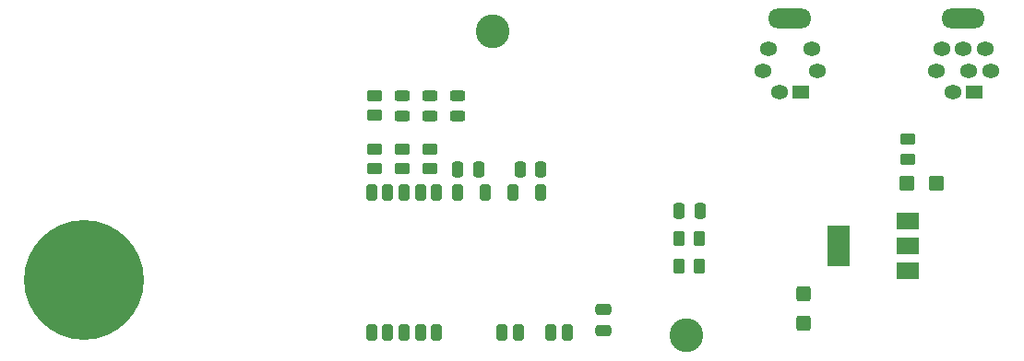
<source format=gbr>
%TF.GenerationSoftware,KiCad,Pcbnew,7.0.1-0*%
%TF.CreationDate,2023-05-18T00:20:13+08:00*%
%TF.ProjectId,FT817-BT-JDY67,46543831-372d-4425-942d-4a445936372e,20230517*%
%TF.SameCoordinates,Original*%
%TF.FileFunction,Soldermask,Top*%
%TF.FilePolarity,Negative*%
%FSLAX46Y46*%
G04 Gerber Fmt 4.6, Leading zero omitted, Abs format (unit mm)*
G04 Created by KiCad (PCBNEW 7.0.1-0) date 2023-05-18 00:20:13*
%MOMM*%
%LPD*%
G01*
G04 APERTURE LIST*
G04 Aperture macros list*
%AMRoundRect*
0 Rectangle with rounded corners*
0 $1 Rounding radius*
0 $2 $3 $4 $5 $6 $7 $8 $9 X,Y pos of 4 corners*
0 Add a 4 corners polygon primitive as box body*
4,1,4,$2,$3,$4,$5,$6,$7,$8,$9,$2,$3,0*
0 Add four circle primitives for the rounded corners*
1,1,$1+$1,$2,$3*
1,1,$1+$1,$4,$5*
1,1,$1+$1,$6,$7*
1,1,$1+$1,$8,$9*
0 Add four rect primitives between the rounded corners*
20,1,$1+$1,$2,$3,$4,$5,0*
20,1,$1+$1,$4,$5,$6,$7,0*
20,1,$1+$1,$6,$7,$8,$9,0*
20,1,$1+$1,$8,$9,$2,$3,0*%
G04 Aperture macros list end*
%ADD10RoundRect,0.250000X-0.450000X-0.425000X0.450000X-0.425000X0.450000X0.425000X-0.450000X0.425000X0*%
%ADD11O,4.000000X1.800000*%
%ADD12R,1.600000X1.300000*%
%ADD13O,1.600000X1.300000*%
%ADD14RoundRect,0.250000X-0.262500X-0.450000X0.262500X-0.450000X0.262500X0.450000X-0.262500X0.450000X0*%
%ADD15RoundRect,0.250000X-0.425000X0.450000X-0.425000X-0.450000X0.425000X-0.450000X0.425000X0.450000X0*%
%ADD16RoundRect,0.250000X-0.450000X0.262500X-0.450000X-0.262500X0.450000X-0.262500X0.450000X0.262500X0*%
%ADD17RoundRect,0.250000X-0.475000X0.250000X-0.475000X-0.250000X0.475000X-0.250000X0.475000X0.250000X0*%
%ADD18RoundRect,0.250000X-0.250000X-0.475000X0.250000X-0.475000X0.250000X0.475000X-0.250000X0.475000X0*%
%ADD19RoundRect,0.243750X-0.456250X0.243750X-0.456250X-0.243750X0.456250X-0.243750X0.456250X0.243750X0*%
%ADD20C,10.000000*%
%ADD21C,11.000000*%
%ADD22RoundRect,0.250000X0.250000X0.475000X-0.250000X0.475000X-0.250000X-0.475000X0.250000X-0.475000X0*%
%ADD23RoundRect,0.250000X0.450000X-0.262500X0.450000X0.262500X-0.450000X0.262500X-0.450000X-0.262500X0*%
%ADD24RoundRect,0.250000X0.250000X-0.500000X0.250000X0.500000X-0.250000X0.500000X-0.250000X-0.500000X0*%
%ADD25R,2.000000X1.500000*%
%ADD26R,2.000000X3.800000*%
%ADD27C,3.100000*%
G04 APERTURE END LIST*
D10*
%TO.C,C1*%
X172640000Y-80010000D03*
X175340000Y-80010000D03*
%TD*%
D11*
%TO.C,J1009*%
X177840000Y-64815000D03*
D12*
X178840000Y-71615000D03*
D13*
X176840000Y-71615000D03*
X180340000Y-69615000D03*
X178340000Y-69615000D03*
X175340000Y-69615000D03*
X179840000Y-67615000D03*
X177840000Y-67615000D03*
X175840000Y-67615000D03*
%TD*%
D14*
%TO.C,R3*%
X151765000Y-85090000D03*
X153590000Y-85090000D03*
%TD*%
D15*
%TO.C,C2*%
X163195000Y-90170000D03*
X163195000Y-92870000D03*
%TD*%
D16*
%TO.C,R5*%
X123825000Y-71932000D03*
X123825000Y-73757000D03*
%TD*%
D17*
%TO.C,C6*%
X144780000Y-91622000D03*
X144780000Y-93522000D03*
%TD*%
D18*
%TO.C,C3*%
X151765000Y-82550000D03*
X153665000Y-82550000D03*
%TD*%
D14*
%TO.C,R4*%
X151765000Y-87630000D03*
X153590000Y-87630000D03*
%TD*%
D18*
%TO.C,C4*%
X131445000Y-78740000D03*
X133345000Y-78740000D03*
%TD*%
D16*
%TO.C,R7*%
X123825000Y-76835000D03*
X123825000Y-78660000D03*
%TD*%
D19*
%TO.C,D3*%
X126365000Y-71932000D03*
X126365000Y-73807000D03*
%TD*%
D20*
%TO.C,H3*%
X97155000Y-88900000D03*
D21*
X97155000Y-88900000D03*
%TD*%
D22*
%TO.C,C5*%
X139060000Y-78740000D03*
X137160000Y-78740000D03*
%TD*%
D23*
%TO.C,R6*%
X172720000Y-77747500D03*
X172720000Y-75922500D03*
%TD*%
D16*
%TO.C,R1*%
X126365000Y-76835000D03*
X126365000Y-78660000D03*
%TD*%
D24*
%TO.C,U1*%
X123502000Y-93699000D03*
X125001000Y-93699000D03*
X126500000Y-93699000D03*
X127999000Y-93699000D03*
X129498000Y-93699000D03*
X135494000Y-93699000D03*
X136993000Y-93699000D03*
X139991000Y-93699000D03*
X141490000Y-93699000D03*
X139065000Y-80822000D03*
X136525000Y-80822000D03*
X133985000Y-80822000D03*
X131445000Y-80822000D03*
X129498000Y-80799000D03*
X127999000Y-80799000D03*
X126500000Y-80799000D03*
X125001000Y-80799000D03*
X123502000Y-80799000D03*
%TD*%
D16*
%TO.C,R2*%
X128905000Y-76835000D03*
X128905000Y-78660000D03*
%TD*%
D25*
%TO.C,U2*%
X172695000Y-88025000D03*
X172695000Y-85725000D03*
D26*
X166395000Y-85725000D03*
D25*
X172695000Y-83425000D03*
%TD*%
D11*
%TO.C,J1010*%
X161925000Y-64815000D03*
D12*
X162925000Y-71615000D03*
D13*
X160925000Y-71615000D03*
X164425000Y-69615000D03*
X159425000Y-69615000D03*
X163925000Y-67615000D03*
X159925000Y-67615000D03*
%TD*%
D19*
%TO.C,D1*%
X128905000Y-71932000D03*
X128905000Y-73807000D03*
%TD*%
%TO.C,D2*%
X131445000Y-71932000D03*
X131445000Y-73807000D03*
%TD*%
D27*
%TO.C,H2*%
X152400000Y-93980000D03*
%TD*%
%TO.C,H1*%
X134620000Y-66040000D03*
%TD*%
M02*

</source>
